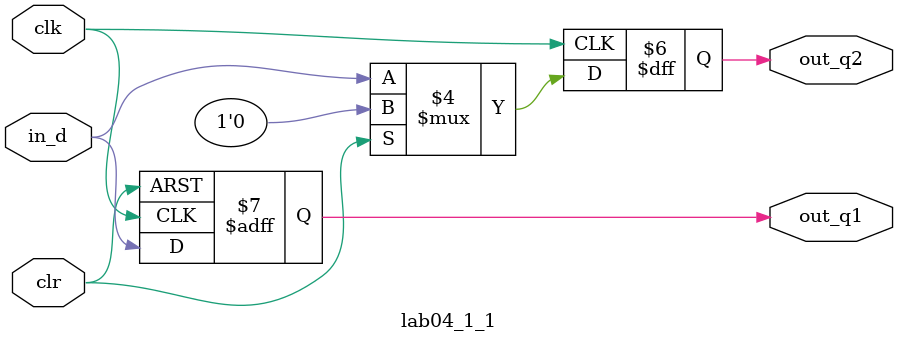
<source format=v>
/*module lab04_1_1(clk,D,R,S,en,Q1,QT1,Q2,QT2);
input D,R,S,en,clk;
output reg Q1,Q2;
output QT1,QT2;
always @(posedge clk)//D触发器设计
begin
	if(en)  Q1 = D;
	else Q1 = Q1;
end

always @(posedge clk)//RS触发器设计
begin
	if(en)
	begin
		case({R,S})
		2'b00:Q2 = Q2;
		2'b01:Q2 = 1;
		2'b10:Q2 = 0;
		2'b11:Q2 = 1'bx;
		endcase
	end
	else Q2 = Q2;
end
assign QT1 = ~Q1;
assign QT2 = ~Q2;
endmodule*/
module lab04_1_1(clk,in_d,out_q1,out_q2,clr);
	input clk;
	input in_d;
	input clr;
	output reg out_q1,out_q2;
	always@(posedge clk or posedge clr)
	begin
		if(clr)
			out_q1 = 0;
		else
			out_q1 = in_d;
	end
	always@(negedge clk)
	begin
		if(clr)
			out_q2 = 0;
		else
			out_q2 = in_d;
	end
endmodule

</source>
